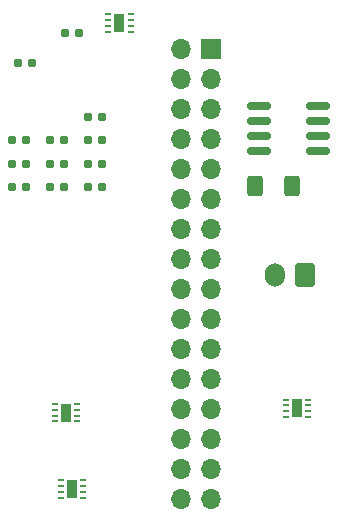
<source format=gbr>
%TF.GenerationSoftware,KiCad,Pcbnew,9.0.0*%
%TF.CreationDate,2025-03-23T19:49:56+02:00*%
%TF.ProjectId,EEE3088F Micromouse Design,45454533-3038-4384-9620-4d6963726f6d,rev?*%
%TF.SameCoordinates,Original*%
%TF.FileFunction,Soldermask,Top*%
%TF.FilePolarity,Negative*%
%FSLAX46Y46*%
G04 Gerber Fmt 4.6, Leading zero omitted, Abs format (unit mm)*
G04 Created by KiCad (PCBNEW 9.0.0) date 2025-03-23 19:49:56*
%MOMM*%
%LPD*%
G01*
G04 APERTURE LIST*
G04 Aperture macros list*
%AMRoundRect*
0 Rectangle with rounded corners*
0 $1 Rounding radius*
0 $2 $3 $4 $5 $6 $7 $8 $9 X,Y pos of 4 corners*
0 Add a 4 corners polygon primitive as box body*
4,1,4,$2,$3,$4,$5,$6,$7,$8,$9,$2,$3,0*
0 Add four circle primitives for the rounded corners*
1,1,$1+$1,$2,$3*
1,1,$1+$1,$4,$5*
1,1,$1+$1,$6,$7*
1,1,$1+$1,$8,$9*
0 Add four rect primitives between the rounded corners*
20,1,$1+$1,$2,$3,$4,$5,0*
20,1,$1+$1,$4,$5,$6,$7,0*
20,1,$1+$1,$6,$7,$8,$9,0*
20,1,$1+$1,$8,$9,$2,$3,0*%
G04 Aperture macros list end*
%ADD10RoundRect,0.155000X-0.212500X-0.155000X0.212500X-0.155000X0.212500X0.155000X-0.212500X0.155000X0*%
%ADD11RoundRect,0.250000X-0.400000X-0.625000X0.400000X-0.625000X0.400000X0.625000X-0.400000X0.625000X0*%
%ADD12RoundRect,0.062500X-0.187500X-0.062500X0.187500X-0.062500X0.187500X0.062500X-0.187500X0.062500X0*%
%ADD13R,0.900000X1.600000*%
%ADD14R,1.700000X1.700000*%
%ADD15O,1.700000X1.700000*%
%ADD16RoundRect,0.150000X-0.825000X-0.150000X0.825000X-0.150000X0.825000X0.150000X-0.825000X0.150000X0*%
%ADD17RoundRect,0.250000X0.600000X0.750000X-0.600000X0.750000X-0.600000X-0.750000X0.600000X-0.750000X0*%
%ADD18O,1.700000X2.000000*%
G04 APERTURE END LIST*
D10*
%TO.C,C9*%
X89655000Y-86500000D03*
X90790000Y-86500000D03*
%TD*%
%TO.C,C7*%
X89655000Y-82560000D03*
X90790000Y-82560000D03*
%TD*%
%TO.C,C5*%
X86445000Y-86500000D03*
X87580000Y-86500000D03*
%TD*%
D11*
%TO.C,R1*%
X107010000Y-86400000D03*
X110110000Y-86400000D03*
%TD*%
D10*
%TO.C,C12*%
X92865000Y-84530000D03*
X94000000Y-84530000D03*
%TD*%
D12*
%TO.C,U2*%
X90550000Y-111350000D03*
X90550000Y-111850000D03*
X90550000Y-112350000D03*
X90550000Y-112850000D03*
X92450000Y-112850000D03*
X92450000Y-112350000D03*
X92450000Y-111850000D03*
X92450000Y-111350000D03*
D13*
X91500000Y-112100000D03*
%TD*%
D10*
%TO.C,C4*%
X86445000Y-84530000D03*
X87580000Y-84530000D03*
%TD*%
%TO.C,C6*%
X86932500Y-76000000D03*
X88067500Y-76000000D03*
%TD*%
%TO.C,C3*%
X86445000Y-82560000D03*
X87580000Y-82560000D03*
%TD*%
D12*
%TO.C,U3*%
X94550000Y-71850000D03*
X94550000Y-72350000D03*
X94550000Y-72850000D03*
X94550000Y-73350000D03*
X96450000Y-73350000D03*
X96450000Y-72850000D03*
X96450000Y-72350000D03*
X96450000Y-71850000D03*
D13*
X95500000Y-72600000D03*
%TD*%
D14*
%TO.C,J1*%
X103300000Y-74780000D03*
D15*
X100760000Y-74780000D03*
X103300000Y-77320000D03*
X100760000Y-77320000D03*
X103300000Y-79860000D03*
X100760000Y-79860000D03*
X103300000Y-82400000D03*
X100760000Y-82400000D03*
X103300000Y-84940000D03*
X100760000Y-84940000D03*
X103300000Y-87480000D03*
X100760000Y-87480000D03*
X103300000Y-90020000D03*
X100760000Y-90020000D03*
X103300000Y-92560000D03*
X100760000Y-92560000D03*
X103300000Y-95100000D03*
X100760000Y-95100000D03*
X103300000Y-97640000D03*
X100760000Y-97640000D03*
X103300000Y-100180000D03*
X100760000Y-100180000D03*
X103300000Y-102720000D03*
X100760000Y-102720000D03*
X103300000Y-105260000D03*
X100760000Y-105260000D03*
X103300000Y-107800000D03*
X100760000Y-107800000D03*
X103300000Y-110340000D03*
X100760000Y-110340000D03*
X103300000Y-112880000D03*
X100760000Y-112880000D03*
%TD*%
D12*
%TO.C,U5*%
X90050000Y-104850000D03*
X90050000Y-105350000D03*
X90050000Y-105850000D03*
X90050000Y-106350000D03*
X91950000Y-106350000D03*
X91950000Y-105850000D03*
X91950000Y-105350000D03*
X91950000Y-104850000D03*
D13*
X91000000Y-105600000D03*
%TD*%
D10*
%TO.C,C8*%
X89655000Y-84530000D03*
X90790000Y-84530000D03*
%TD*%
%TO.C,C2*%
X90932500Y-73500000D03*
X92067500Y-73500000D03*
%TD*%
D16*
%TO.C,U1*%
X107335000Y-79625000D03*
X107335000Y-80895000D03*
X107335000Y-82165000D03*
X107335000Y-83435000D03*
X112285000Y-83435000D03*
X112285000Y-82165000D03*
X112285000Y-80895000D03*
X112285000Y-79625000D03*
%TD*%
D10*
%TO.C,C10*%
X92865000Y-80590000D03*
X94000000Y-80590000D03*
%TD*%
D17*
%TO.C,J2*%
X111210000Y-93980000D03*
D18*
X108710000Y-93980000D03*
%TD*%
D10*
%TO.C,C13*%
X92865000Y-86500000D03*
X94000000Y-86500000D03*
%TD*%
%TO.C,C11*%
X92865000Y-82560000D03*
X94000000Y-82560000D03*
%TD*%
D12*
%TO.C,U4*%
X109600000Y-104500000D03*
X109600000Y-105000000D03*
X109600000Y-105500000D03*
X109600000Y-106000000D03*
X111500000Y-106000000D03*
X111500000Y-105500000D03*
X111500000Y-105000000D03*
X111500000Y-104500000D03*
D13*
X110550000Y-105250000D03*
%TD*%
M02*

</source>
